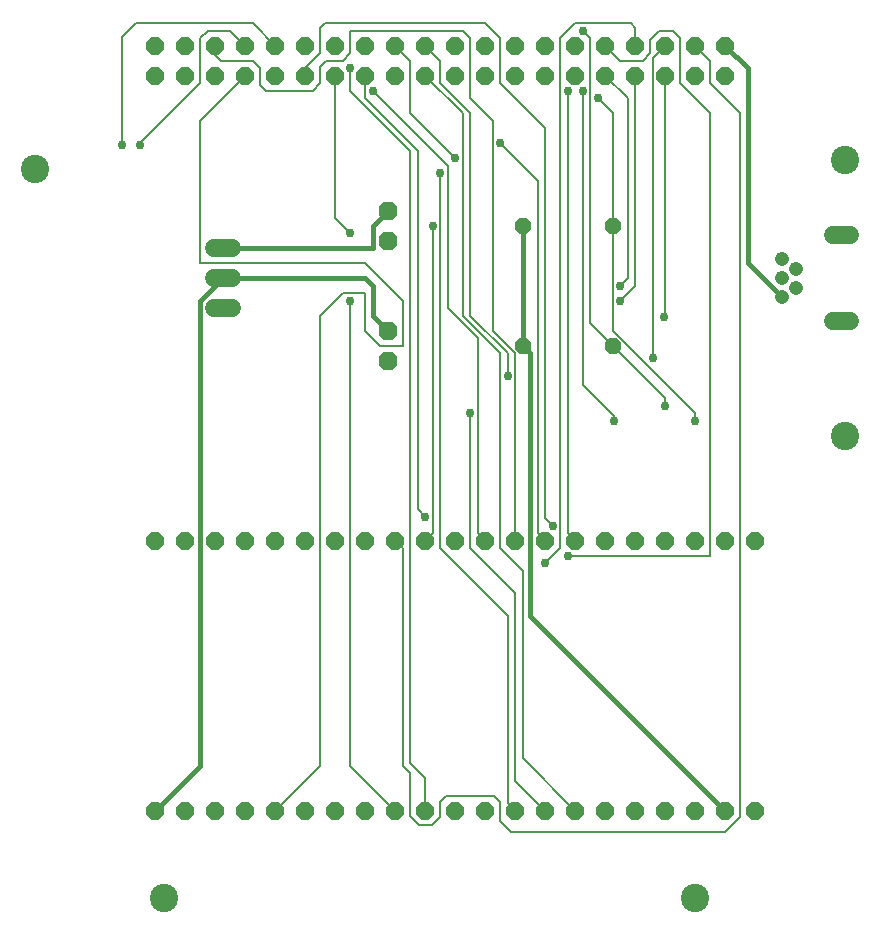
<source format=gbr>
G04 EAGLE Gerber RS-274X export*
G75*
%MOMM*%
%FSLAX34Y34*%
%LPD*%
%INTop Copper*%
%IPPOS*%
%AMOC8*
5,1,8,0,0,1.08239X$1,22.5*%
G01*
%ADD10P,1.732040X8X292.500000*%
%ADD11C,1.524000*%
%ADD12P,1.649562X8X202.500000*%
%ADD13C,1.508000*%
%ADD14C,1.208000*%
%ADD15P,1.429621X8X202.500000*%
%ADD16C,2.400000*%
%ADD17P,1.632244X8X22.500000*%
%ADD18C,0.457200*%
%ADD19C,0.152400*%
%ADD20C,0.756400*%


D10*
X336550Y406400D03*
X336550Y381000D03*
X336550Y508000D03*
X336550Y482600D03*
D11*
X204470Y425450D02*
X189230Y425450D01*
X189230Y450850D02*
X204470Y450850D01*
X204470Y476250D02*
X189230Y476250D01*
D12*
X622300Y622300D03*
X622300Y647700D03*
X596900Y622300D03*
X596900Y647700D03*
X571500Y622300D03*
X571500Y647700D03*
X546100Y622300D03*
X546100Y647700D03*
X520700Y622300D03*
X520700Y647700D03*
X495300Y622300D03*
X495300Y647700D03*
X469900Y622300D03*
X469900Y647700D03*
X444500Y622300D03*
X444500Y647700D03*
X419100Y622300D03*
X419100Y647700D03*
X393700Y622300D03*
X393700Y647700D03*
X368300Y622300D03*
X368300Y647700D03*
X342900Y622300D03*
X342900Y647700D03*
X317500Y622300D03*
X317500Y647700D03*
X292100Y622300D03*
X292100Y647700D03*
X266700Y622300D03*
X266700Y647700D03*
X241300Y622300D03*
X241300Y647700D03*
X215900Y622300D03*
X215900Y647700D03*
X190500Y622300D03*
X190500Y647700D03*
X165100Y622300D03*
X165100Y647700D03*
X139700Y622300D03*
X139700Y647700D03*
D13*
X713210Y414350D02*
X728290Y414350D01*
X728290Y487350D02*
X713210Y487350D01*
D14*
X682250Y458850D03*
X670250Y450850D03*
X670250Y434850D03*
X670250Y466850D03*
X682250Y442850D03*
D15*
X527050Y393700D03*
X450850Y393700D03*
X527050Y495300D03*
X450850Y495300D03*
D16*
X147320Y-73660D03*
X596900Y-73660D03*
X38100Y543560D03*
X723900Y551180D03*
X723900Y317500D03*
D17*
X139700Y228600D03*
X165100Y228600D03*
X190500Y228600D03*
X215900Y228600D03*
X241300Y228600D03*
X266700Y228600D03*
X292100Y228600D03*
X317500Y228600D03*
X342900Y228600D03*
X368300Y228600D03*
X393700Y228600D03*
X419100Y228600D03*
X444500Y228600D03*
X469900Y228600D03*
X495300Y228600D03*
X520700Y228600D03*
X546100Y228600D03*
X571500Y228600D03*
X596900Y228600D03*
X622300Y228600D03*
X647700Y228600D03*
X139700Y0D03*
X165100Y0D03*
X190500Y0D03*
X215900Y0D03*
X241300Y0D03*
X266700Y0D03*
X292100Y0D03*
X317500Y0D03*
X342900Y0D03*
X368300Y0D03*
X393700Y0D03*
X419100Y0D03*
X444500Y0D03*
X469900Y0D03*
X495300Y0D03*
X520700Y0D03*
X546100Y0D03*
X571500Y0D03*
X596900Y0D03*
X622300Y0D03*
X647700Y0D03*
D18*
X323850Y476250D02*
X196850Y476250D01*
X323850Y476250D02*
X323850Y495300D01*
X336550Y508000D01*
X641350Y463550D02*
X666750Y438150D01*
X641350Y463550D02*
X641350Y628650D01*
X622300Y647700D01*
X666750Y438150D02*
X670250Y434850D01*
X177800Y38100D02*
X139700Y0D01*
X177800Y38100D02*
X177800Y431800D01*
X196850Y450850D01*
X323850Y419100D02*
X336550Y406400D01*
X323850Y419100D02*
X323850Y444500D01*
X317500Y450850D01*
X196850Y450850D01*
X450850Y495300D02*
X450850Y393700D01*
X457200Y165100D02*
X622300Y0D01*
X457200Y165100D02*
X457200Y387350D01*
X450850Y393700D01*
D19*
X412750Y234950D02*
X419100Y228600D01*
X412750Y234950D02*
X412750Y400050D01*
X387350Y425450D01*
X387350Y546100D01*
X323850Y609600D01*
D20*
X323850Y609600D03*
D19*
X463550Y234950D02*
X469900Y228600D01*
X463550Y234950D02*
X463550Y533400D01*
X431800Y565150D01*
D20*
X431800Y565150D03*
D19*
X444500Y25400D02*
X469900Y0D01*
X444500Y25400D02*
X444500Y184150D01*
X406400Y222250D01*
X406400Y336550D01*
X438150Y368300D02*
X438150Y387350D01*
X406400Y419100D01*
X406400Y590550D01*
X381000Y615950D01*
X381000Y635000D01*
X368300Y647700D01*
D20*
X406400Y336550D03*
X438150Y368300D03*
D19*
X438150Y6350D02*
X444500Y0D01*
X438150Y6350D02*
X438150Y165100D01*
X381000Y222250D01*
X381000Y539750D01*
X393700Y552450D02*
X355600Y590550D01*
X355600Y635000D01*
X342900Y647700D01*
D20*
X381000Y539750D03*
X393700Y552450D03*
D19*
X501650Y609600D02*
X501650Y360680D01*
D20*
X501650Y609600D03*
D19*
X501650Y360680D02*
X528320Y334010D01*
X528320Y330200D01*
D20*
X528320Y330200D03*
D19*
X571500Y349250D02*
X527050Y393700D01*
X508000Y654050D02*
X501650Y660400D01*
X508000Y654050D02*
X508000Y412750D01*
X527050Y393700D01*
D20*
X501650Y660400D03*
D19*
X571500Y349250D02*
X571500Y342900D01*
D20*
X571500Y342900D03*
D19*
X123190Y666750D02*
X111760Y655320D01*
X111760Y563880D01*
D20*
X111760Y563880D03*
D19*
X123190Y666750D02*
X213360Y666750D01*
X222250Y666750D02*
X241300Y647700D01*
X222250Y666750D02*
X213360Y666750D01*
X444500Y387350D02*
X444500Y228600D01*
X444500Y387350D02*
X425450Y406400D01*
X425450Y584200D01*
X406400Y603250D01*
X406400Y654050D01*
X400050Y660400D01*
X304800Y660400D01*
X304800Y641350D01*
X298450Y635000D01*
X284480Y635000D01*
X279400Y629920D02*
X279400Y615950D01*
X273050Y609600D01*
X228600Y614680D02*
X228600Y628650D01*
X222250Y635000D01*
X195580Y635000D01*
X228600Y614680D02*
X233680Y609600D01*
X273050Y609600D01*
X279400Y629920D02*
X284480Y635000D01*
X190500Y640080D02*
X190500Y647700D01*
X190500Y640080D02*
X195580Y635000D01*
X450850Y44450D02*
X495300Y0D01*
X450850Y44450D02*
X450850Y203200D01*
X431800Y222250D01*
X431800Y387350D01*
X400050Y419100D01*
X400050Y590550D01*
X368300Y622300D01*
X361950Y255270D02*
X368300Y248920D01*
X361950Y255270D02*
X361950Y558800D01*
X317500Y603250D01*
X317500Y622300D01*
D20*
X368300Y248920D03*
D19*
X469900Y247650D02*
X476250Y241300D01*
X469900Y247650D02*
X469900Y577850D01*
X431800Y615950D01*
X431800Y654050D01*
X419100Y666750D01*
X279400Y662940D02*
X279400Y641350D01*
X266700Y628650D01*
X266700Y622300D01*
D20*
X476250Y241300D03*
D19*
X279400Y662940D02*
X283210Y666750D01*
X419100Y666750D01*
X527050Y495300D02*
X527050Y406400D01*
X596900Y336550D01*
X527050Y590550D02*
X514350Y603250D01*
X527050Y590550D02*
X527050Y495300D01*
D20*
X514350Y603250D03*
D19*
X596900Y336550D02*
X596900Y330200D01*
D20*
X596900Y330200D03*
D19*
X279400Y38100D02*
X241300Y0D01*
X279400Y38100D02*
X279400Y419100D01*
X298450Y438150D01*
X317500Y438150D01*
X317500Y406400D01*
X330200Y393700D01*
X349250Y393700D01*
X349250Y431800D01*
X317500Y463550D01*
X177800Y463550D01*
X177800Y584200D01*
X215900Y622300D01*
X127000Y565150D02*
X127000Y563880D01*
X127000Y565150D02*
X177800Y615950D01*
X177800Y654050D01*
X184150Y660400D01*
D20*
X127000Y563880D03*
D19*
X215900Y647700D02*
X203200Y660400D01*
X184150Y660400D01*
X488950Y215900D02*
X609600Y215900D01*
X609600Y590550D01*
X584200Y615950D01*
X584200Y654050D01*
X577850Y660400D01*
X566420Y660400D01*
X558800Y652780D02*
X558800Y641350D01*
X552450Y635000D01*
X533400Y635000D01*
D20*
X488950Y215900D03*
D19*
X558800Y652780D02*
X566420Y660400D01*
X533400Y635000D02*
X520700Y647700D01*
X539750Y450850D02*
X533400Y444500D01*
X539750Y450850D02*
X539750Y603250D01*
X520700Y622300D01*
D20*
X533400Y444500D03*
D19*
X482600Y222250D02*
X469900Y209550D01*
X482600Y222250D02*
X482600Y654050D01*
X495300Y666750D01*
X546100Y662940D02*
X546100Y647700D01*
D20*
X469900Y209550D03*
D19*
X546100Y662940D02*
X542290Y666750D01*
X495300Y666750D01*
X546100Y444500D02*
X533400Y431800D01*
X546100Y444500D02*
X546100Y622300D01*
D20*
X533400Y431800D03*
D19*
X561340Y383540D02*
X561340Y637540D01*
X571500Y647700D01*
D20*
X561340Y383540D03*
D19*
X570230Y417830D02*
X571500Y419100D01*
X571500Y622300D01*
D20*
X570230Y417830D03*
D19*
X349250Y222250D02*
X342900Y228600D01*
X349250Y222250D02*
X349250Y38100D01*
X355600Y31750D01*
X386080Y12700D02*
X426720Y12700D01*
X431800Y7620D02*
X431800Y-8890D01*
X440690Y-17780D01*
X622300Y-17780D01*
X635000Y-5080D02*
X635000Y590550D01*
X609600Y615950D01*
X609600Y635000D01*
X596900Y647700D01*
X374015Y-12065D02*
X363220Y-12065D01*
X374015Y-12065D02*
X381000Y-5080D01*
X622300Y-17780D02*
X635000Y-5080D01*
X363220Y-12065D02*
X355600Y-4445D01*
X355600Y31750D01*
X426720Y12700D02*
X431800Y7620D01*
X386080Y12700D02*
X381000Y7620D01*
X381000Y-5080D01*
X368300Y228600D02*
X374650Y234950D01*
X374650Y495300D01*
D20*
X374650Y495300D03*
D19*
X488950Y234950D02*
X495300Y228600D01*
X488950Y234950D02*
X488950Y609600D01*
D20*
X488950Y609600D03*
D19*
X304800Y38100D02*
X342900Y0D01*
X304800Y38100D02*
X304800Y431800D01*
X304800Y488950D02*
X292100Y501650D01*
X292100Y622300D01*
D20*
X304800Y431800D03*
X304800Y488950D03*
D19*
X368300Y27940D02*
X368300Y0D01*
X368300Y27940D02*
X355600Y40640D01*
X355600Y558800D01*
X304800Y609600D01*
X304800Y628650D01*
D20*
X304800Y628650D03*
M02*

</source>
